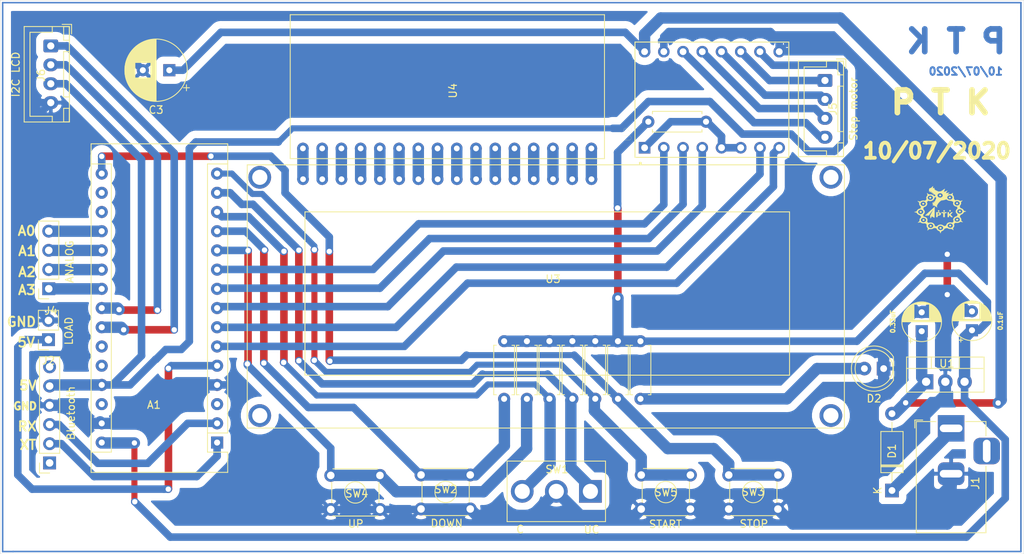
<source format=kicad_pcb>
(kicad_pcb (version 20171130) (host pcbnew "(5.1.5)-3")
  (layers (0 F.Cu signal hide) (31 B.Cu signal hide) (34 B.Paste user) (35 F.Paste user) (36 B.SilkS user) (37 F.SilkS user) (38 B.Mask user) (39 F.Mask user) (44 Edge.Cuts user))
  (net 0 "")
  (net 1 /TX)
  (net 2 "Net-(A1-Pad17)")
  (net 3 /RX)
  (net 4 "Net-(A1-Pad18)")
  (net 5 "Net-(A1-Pad3)")
  (net 6 /A0)
  (net 7 GND)
  (net 8 /A1)
  (net 9 /LOAD)
  (net 10 /A2)
  (net 11 /STEP)
  (net 12 /A3)
  (net 13 /DIR)
  (net 14 /SDA)
  (net 15 /MS1)
  (net 16 /SCL)
  (net 17 /MS2)
  (net 18 "Net-(A1-Pad25)")
  (net 19 /MS3)
  (net 20 "Net-(A1-Pad26)")
  (net 21 /UP)
  (net 22 +5V)
  (net 23 /DOWN)
  (net 24 "Net-(A1-Pad28)")
  (net 25 /START)
  (net 26 /STOP)
  (net 27 +9V)
  (net 28 /C)
  (net 29 /UC)
  (net 30 +12V)
  (net 31 /2B)
  (net 32 /2A)
  (net 33 /1A)
  (net 34 /1B)
  (net 35 "Net-(R8-Pad1)")
  (net 36 /VSS)
  (net 37 /VDD)
  (net 38 /V0)
  (net 39 /RS)
  (net 40 /RW)
  (net 41 /E)
  (net 42 /DB0)
  (net 43 /DB1)
  (net 44 /DB2)
  (net 45 /DB3)
  (net 46 /DB4)
  (net 47 /DB5)
  (net 48 /DB6)
  (net 49 /DB7)
  (net 50 /A)
  (net 51 /K)
  (net 52 "Net-(J3-Pad1)")
  (net 53 "Net-(J3-Pad6)")
  (net 54 "Net-(D2-Pad2)")
  (net 55 "Net-(D1-Pad1)")
  (module logo:logo_dragon (layer F.Cu) (at 212.1916 82.6135)
    (fp_text reference G*** hide)
    (fp_text value LOGO hide)
  )
  (module Khang_KiCAD:I2C_LCD (layer F.Cu) (at 148.25472 66.8782 270)
    (fp_text reference U4 (at 0 0.5 270) (layer F.SilkS))
    (fp_text value I2C_LCD)
    (pad 1 thru_hole circle (at 7.62 20.32 270) (size 1.524 1.524) (drill 0.762) (layers *.Cu *.Mask) (net 36 /VSS))
    (pad 2 thru_hole circle (at 7.62 17.78 270) (size 1.524 1.524) (drill 0.762) (layers *.Cu *.Mask) (net 37 /VDD))
    (pad 3 thru_hole circle (at 7.62 15.24 270) (size 1.524 1.524) (drill 0.762) (layers *.Cu *.Mask) (net 38 /V0))
    (pad 4 thru_hole circle (at 7.62 12.7 270) (size 1.524 1.524) (drill 0.762) (layers *.Cu *.Mask) (net 39 /RS))
    (pad 5 thru_hole circle (at 7.62 10.16 270) (size 1.524 1.524) (drill 0.762) (layers *.Cu *.Mask) (net 40 /RW))
    (pad 6 thru_hole circle (at 7.62 7.62 270) (size 1.524 1.524) (drill 0.762) (layers *.Cu *.Mask) (net 41 /E))
    (pad 7 thru_hole circle (at 7.62 5.08 270) (size 1.524 1.524) (drill 0.762) (layers *.Cu *.Mask) (net 42 /DB0))
    (pad 8 thru_hole circle (at 7.62 2.54 270) (size 1.524 1.524) (drill 0.762) (layers *.Cu *.Mask) (net 43 /DB1))
    (pad 9 thru_hole circle (at 7.62 0 270) (size 1.524 1.524) (drill 0.762) (layers *.Cu *.Mask) (net 44 /DB2))
    (pad 10 thru_hole circle (at 7.62 -2.54 270) (size 1.524 1.524) (drill 0.762) (layers *.Cu *.Mask) (net 45 /DB3))
    (pad 11 thru_hole circle (at 7.62 -5.08 270) (size 1.524 1.524) (drill 0.762) (layers *.Cu *.Mask) (net 46 /DB4))
    (pad 12 thru_hole circle (at 7.62 -7.62 270) (size 1.524 1.524) (drill 0.762) (layers *.Cu *.Mask) (net 47 /DB5))
    (pad 13 thru_hole circle (at 7.62 -10.16 270) (size 1.524 1.524) (drill 0.762) (layers *.Cu *.Mask) (net 48 /DB6))
    (pad 14 thru_hole circle (at 7.62 -12.7 270) (size 1.524 1.524) (drill 0.762) (layers *.Cu *.Mask) (net 49 /DB7))
    (pad 15 thru_hole circle (at 7.62 -15.24 270) (size 1.524 1.524) (drill 0.762) (layers *.Cu *.Mask) (net 50 /A))
    (pad 16 thru_hole circle (at 7.62 -17.78 270) (size 1.524 1.524) (drill 0.762) (layers *.Cu *.Mask) (net 51 /K))
  )
  (module Khang_KiCAD:A4988_Driver (layer F.Cu) (at 181.9529 68.0593 90)
    (fp_text reference U2 (at -4.575 -11.135 90) (layer F.SilkS) (effects (font (thickness 0.015))))
    (fp_text value A4988_STEPPER_MOTOR_DRIVER_CARRIER)
    (pad 16 thru_hole circle (at 6.35 -8.89 90) (size 1.53 1.53) (drill 0.9) (layers *.Cu *.Mask) (net 30 +12V))
    (pad 15 thru_hole circle (at 6.35 -6.35 90) (size 1.53 1.53) (drill 0.9) (layers *.Cu *.Mask) (net 7 GND))
    (pad 14 thru_hole circle (at 6.35 -3.81 90) (size 1.53 1.53) (drill 0.9) (layers *.Cu *.Mask) (net 31 /2B))
    (pad 13 thru_hole circle (at 6.35 -1.27 90) (size 1.53 1.53) (drill 0.9) (layers *.Cu *.Mask) (net 32 /2A))
    (pad 12 thru_hole circle (at 6.35 1.27 90) (size 1.53 1.53) (drill 0.9) (layers *.Cu *.Mask) (net 33 /1A))
    (pad 11 thru_hole circle (at 6.35 3.81 90) (size 1.53 1.53) (drill 0.9) (layers *.Cu *.Mask) (net 34 /1B))
    (pad 10 thru_hole circle (at 6.35 6.35 90) (size 1.53 1.53) (drill 0.9) (layers *.Cu *.Mask) (net 22 +5V))
    (pad 9 thru_hole circle (at 6.35 8.89 90) (size 1.53 1.53) (drill 0.9) (layers *.Cu *.Mask) (net 7 GND))
    (pad 8 thru_hole circle (at -6.35 8.89 90) (size 1.53 1.53) (drill 0.9) (layers *.Cu *.Mask) (net 13 /DIR))
    (pad 7 thru_hole circle (at -6.35 6.35 90) (size 1.53 1.53) (drill 0.9) (layers *.Cu *.Mask) (net 11 /STEP))
    (pad 6 thru_hole circle (at -6.35 3.81 90) (size 1.53 1.53) (drill 0.9) (layers *.Cu *.Mask) (net 35 "Net-(R8-Pad1)"))
    (pad 5 thru_hole circle (at -6.35 1.27 90) (size 1.53 1.53) (drill 0.9) (layers *.Cu *.Mask) (net 35 "Net-(R8-Pad1)"))
    (pad 4 thru_hole circle (at -6.35 -1.27 90) (size 1.53 1.53) (drill 0.9) (layers *.Cu *.Mask) (net 19 /MS3))
    (pad 3 thru_hole circle (at -6.35 -3.81 90) (size 1.53 1.53) (drill 0.9) (layers *.Cu *.Mask) (net 17 /MS2))
    (pad 2 thru_hole circle (at -6.35 -6.35 90) (size 1.53 1.53) (drill 0.9) (layers *.Cu *.Mask) (net 15 /MS1))
    (pad 1 thru_hole rect (at -6.35 -8.89 90) (size 1.53 1.53) (drill 0.9) (layers *.Cu *.Mask) (net 35 "Net-(R8-Pad1)"))
  )
  (module Khang_KiCAD:LCD_1602 (layer F.Cu) (at 160.969001 91.271401)
    (fp_text reference U3 (at 0 0.5) (layer F.SilkS))
    (fp_text value LCD_1602)
    (pad 1 thru_hole circle (at -33.02 -12.7) (size 1.524 1.524) (drill 0.762) (layers *.Cu *.Mask) (net 36 /VSS))
    (pad 2 thru_hole circle (at -30.48 -12.7) (size 1.524 1.524) (drill 0.762) (layers *.Cu *.Mask) (net 37 /VDD))
    (pad 3 thru_hole circle (at -27.94 -12.7) (size 1.524 1.524) (drill 0.762) (layers *.Cu *.Mask) (net 38 /V0))
    (pad 4 thru_hole circle (at -25.4 -12.7) (size 1.524 1.524) (drill 0.762) (layers *.Cu *.Mask) (net 39 /RS))
    (pad 5 thru_hole circle (at -22.86 -12.7) (size 1.524 1.524) (drill 0.762) (layers *.Cu *.Mask) (net 40 /RW))
    (pad 6 thru_hole circle (at -20.32 -12.7) (size 1.524 1.524) (drill 0.762) (layers *.Cu *.Mask) (net 41 /E))
    (pad 7 thru_hole circle (at -17.78 -12.7) (size 1.524 1.524) (drill 0.762) (layers *.Cu *.Mask) (net 42 /DB0))
    (pad 8 thru_hole circle (at -15.24 -12.7) (size 1.524 1.524) (drill 0.762) (layers *.Cu *.Mask) (net 43 /DB1))
    (pad 9 thru_hole circle (at -12.7 -12.7) (size 1.524 1.524) (drill 0.762) (layers *.Cu *.Mask) (net 44 /DB2))
    (pad 10 thru_hole circle (at -10.16 -12.7) (size 1.524 1.524) (drill 0.762) (layers *.Cu *.Mask) (net 45 /DB3))
    (pad 11 thru_hole circle (at -7.62 -12.7) (size 1.524 1.524) (drill 0.762) (layers *.Cu *.Mask) (net 46 /DB4))
    (pad 12 thru_hole circle (at -5.08 -12.7) (size 1.524 1.524) (drill 0.762) (layers *.Cu *.Mask) (net 47 /DB5))
    (pad 13 thru_hole circle (at -2.54 -12.7) (size 1.524 1.524) (drill 0.762) (layers *.Cu *.Mask) (net 48 /DB6))
    (pad 14 thru_hole circle (at 0 -12.7) (size 1.524 1.524) (drill 0.762) (layers *.Cu *.Mask) (net 49 /DB7))
    (pad 15 thru_hole circle (at 2.54 -12.7) (size 1.524 1.524) (drill 0.762) (layers *.Cu *.Mask) (net 50 /A))
    (pad 16 thru_hole circle (at 5.08 -12.7) (size 1.524 1.524) (drill 0.762) (layers *.Cu *.Mask) (net 51 /K))
    (pad "" thru_hole circle (at -38.735 -12.954) (size 3 3) (drill 2) (layers *.Cu *.Mask))
    (pad "" thru_hole circle (at 36.703 -12.954) (size 3 3) (drill 2) (layers *.Cu *.Mask))
    (pad "" thru_hole circle (at 36.703 18.542) (size 3 3) (drill 2) (layers *.Cu *.Mask))
    (pad "" thru_hole circle (at -38.735 18.542) (size 3 3) (drill 2) (layers *.Cu *.Mask))
  )
  (module Connector_BarrelJack:BarrelJack_Horizontal (layer F.Cu) (at 213.5505 111.506 90)
    (fp_text reference J1 (at -7.2517 3.2004 90) (layer F.SilkS))
    (fp_text value PWR)
    (pad 1 thru_hole rect (at 0 0 90) (size 3.5 3.5) (drill oval 1 3) (layers *.Cu *.Mask) (net 55 "Net-(D1-Pad1)"))
    (pad 2 thru_hole roundrect (at -6 0 90) (size 3 3.5) (drill oval 1 3) (layers *.Cu *.Mask) (net 7 GND))
    (pad 3 thru_hole roundrect (at -3 4.7 90) (size 3.5 3.5) (drill oval 3 1) (layers *.Cu *.Mask))
  )
  (module Resistor_THT:R_Axial_DIN0207_L6.3mm_D2.5mm_P7.62mm_Horizontal (layer F.Cu) (at 160.4899 99.9744 270)
    (fp_text reference R6 hide)
    (fp_text value 5k)
    (pad 1 thru_hole circle (at 0 0 270) (size 1.6 1.6) (drill 0.8) (layers *.Cu *.Mask) (net 27 +9V))
    (pad 2 thru_hole oval (at 7.62 0 270) (size 1.6 1.6) (drill 0.8) (layers *.Cu *.Mask) (net 29 /UC))
  )
  (module Resistor_THT:R_Axial_DIN0207_L6.3mm_D2.5mm_P7.62mm_Horizontal (layer F.Cu) (at 163.5252 99.9744 270)
    (fp_text reference R5 hide)
    (fp_text value 5k)
    (pad 1 thru_hole circle (at 0 0 270) (size 1.6 1.6) (drill 0.8) (layers *.Cu *.Mask) (net 27 +9V))
    (pad 2 thru_hole oval (at 7.62 0 270) (size 1.6 1.6) (drill 0.8) (layers *.Cu *.Mask) (net 28 /C))
  )
  (module Button_Switch_THT:SW_TH_Tactile_Omron_B3F-10xx (layer F.Cu) (at 172.6184 117.6782)
    (fp_text reference SW5 (at 3.2639 2.286) (layer F.SilkS))
    (fp_text value START (at 3.2 6.5) (layer F.SilkS))
    (pad 4 thru_hole circle (at 6.5 4.5) (size 1.7 1.7) (drill 1) (layers *.Cu *.Mask) (net 7 GND))
    (pad 3 thru_hole circle (at 0 4.5) (size 1.7 1.7) (drill 1) (layers *.Cu *.Mask) (net 7 GND))
    (pad 2 thru_hole circle (at 6.5 0) (size 1.7 1.7) (drill 1) (layers *.Cu *.Mask) (net 25 /START))
    (pad 1 thru_hole circle (at 0 0) (size 1.7 1.7) (drill 1) (layers *.Cu *.Mask) (net 25 /START))
  )
  (module Module:Arduino_Nano (layer F.Cu) (at 116.5987 113.3856 180)
    (fp_text reference A1 (at 8.3439 4.9784) (layer F.SilkS))
    (fp_text value Arduino_Nano_v3.x)
    (pad 1 thru_hole rect (at 0 0 180) (size 1.6 1.6) (drill 0.8) (layers *.Cu *.Mask) (net 1 /TX))
    (pad 17 thru_hole oval (at 15.24 33.02 180) (size 1.6 1.6) (drill 0.8) (layers *.Cu *.Mask) (net 2 "Net-(A1-Pad17)"))
    (pad 2 thru_hole oval (at 0 2.54 180) (size 1.6 1.6) (drill 0.8) (layers *.Cu *.Mask) (net 3 /RX))
    (pad 18 thru_hole oval (at 15.24 30.48 180) (size 1.6 1.6) (drill 0.8) (layers *.Cu *.Mask) (net 4 "Net-(A1-Pad18)"))
    (pad 3 thru_hole oval (at 0 5.08 180) (size 1.6 1.6) (drill 0.8) (layers *.Cu *.Mask) (net 5 "Net-(A1-Pad3)"))
    (pad 19 thru_hole oval (at 15.24 27.94 180) (size 1.6 1.6) (drill 0.8) (layers *.Cu *.Mask) (net 6 /A0))
    (pad 4 thru_hole oval (at 0 7.62 180) (size 1.6 1.6) (drill 0.8) (layers *.Cu *.Mask) (net 7 GND))
    (pad 20 thru_hole oval (at 15.24 25.4 180) (size 1.6 1.6) (drill 0.8) (layers *.Cu *.Mask) (net 8 /A1))
    (pad 5 thru_hole oval (at 0 10.16 180) (size 1.6 1.6) (drill 0.8) (layers *.Cu *.Mask) (net 9 /LOAD))
    (pad 21 thru_hole oval (at 15.24 22.86 180) (size 1.6 1.6) (drill 0.8) (layers *.Cu *.Mask) (net 10 /A2))
    (pad 6 thru_hole oval (at 0 12.7 180) (size 1.6 1.6) (drill 0.8) (layers *.Cu *.Mask) (net 13 /DIR))
    (pad 22 thru_hole oval (at 15.24 20.32 180) (size 1.6 1.6) (drill 0.8) (layers *.Cu *.Mask) (net 12 /A3))
    (pad 7 thru_hole oval (at 0 15.24 180) (size 1.6 1.6) (drill 0.8) (layers *.Cu *.Mask) (net 11 /STEP))
    (pad 23 thru_hole oval (at 15.24 17.78 180) (size 1.6 1.6) (drill 0.8) (layers *.Cu *.Mask) (net 14 /SDA))
    (pad 8 thru_hole oval (at 0 17.78 180) (size 1.6 1.6) (drill 0.8) (layers *.Cu *.Mask) (net 19 /MS3))
    (pad 24 thru_hole oval (at 15.24 15.24 180) (size 1.6 1.6) (drill 0.8) (layers *.Cu *.Mask) (net 16 /SCL))
    (pad 9 thru_hole oval (at 0 20.32 180) (size 1.6 1.6) (drill 0.8) (layers *.Cu *.Mask) (net 17 /MS2))
    (pad 25 thru_hole oval (at 15.24 12.7 180) (size 1.6 1.6) (drill 0.8) (layers *.Cu *.Mask) (net 18 "Net-(A1-Pad25)"))
    (pad 10 thru_hole oval (at 0 22.86 180) (size 1.6 1.6) (drill 0.8) (layers *.Cu *.Mask) (net 15 /MS1))
    (pad 26 thru_hole oval (at 15.24 10.16 180) (size 1.6 1.6) (drill 0.8) (layers *.Cu *.Mask) (net 20 "Net-(A1-Pad26)"))
    (pad 11 thru_hole oval (at 0 25.4 180) (size 1.6 1.6) (drill 0.8) (layers *.Cu *.Mask) (net 21 /UP))
    (pad 27 thru_hole oval (at 15.24 7.62 180) (size 1.6 1.6) (drill 0.8) (layers *.Cu *.Mask) (net 22 +5V))
    (pad 12 thru_hole oval (at 0 27.94 180) (size 1.6 1.6) (drill 0.8) (layers *.Cu *.Mask) (net 23 /DOWN))
    (pad 28 thru_hole oval (at 15.24 5.08 180) (size 1.6 1.6) (drill 0.8) (layers *.Cu *.Mask) (net 24 "Net-(A1-Pad28)"))
    (pad 13 thru_hole oval (at 0 30.48 180) (size 1.6 1.6) (drill 0.8) (layers *.Cu *.Mask) (net 29 /UC))
    (pad 29 thru_hole oval (at 15.24 2.54 180) (size 1.6 1.6) (drill 0.8) (layers *.Cu *.Mask) (net 7 GND))
    (pad 14 thru_hole oval (at 0 33.02 180) (size 1.6 1.6) (drill 0.8) (layers *.Cu *.Mask) (net 28 /C))
    (pad 30 thru_hole oval (at 15.24 0 180) (size 1.6 1.6) (drill 0.8) (layers *.Cu *.Mask) (net 27 +9V))
    (pad 15 thru_hole oval (at 0 35.56 180) (size 1.6 1.6) (drill 0.8) (layers *.Cu *.Mask) (net 25 /START))
    (pad 16 thru_hole oval (at 15.24 35.56 180) (size 1.6 1.6) (drill 0.8) (layers *.Cu *.Mask) (net 26 /STOP))
  )
  (module Package_TO_SOT_THT:TO-220-3_Vertical (layer F.Cu) (at 210.2485 105.3465)
    (fp_text reference U1 (at 2.7432 -2.4003) (layer F.SilkS))
    (fp_text value LM7809_TO220)
    (pad 1 thru_hole rect (at 0 0) (size 1.905 2) (drill 1.1) (layers *.Cu *.Mask) (net 30 +12V))
    (pad 2 thru_hole oval (at 2.54 0) (size 1.905 2) (drill 1.1) (layers *.Cu *.Mask) (net 7 GND))
    (pad 3 thru_hole oval (at 5.08 0) (size 1.905 2) (drill 1.1) (layers *.Cu *.Mask) (net 27 +9V))
  )
  (module Khang_KiCAD:Button_OFO (layer F.Cu) (at 174.9044 119.8372)
    (fp_text reference SW1 (at -13.4112 -2.9083) (layer F.SilkS))
    (fp_text value C (at -18.288 5.0292) (layer F.SilkS))
    (pad 1 thru_hole rect (at -9 0) (size 3 3) (drill 2) (layers *.Cu *.Mask) (net 28 /C))
    (pad 2 thru_hole circle (at -13.5 0) (size 3 3) (drill 2) (layers *.Cu *.Mask) (net 7 GND))
    (pad 3 thru_hole circle (at -18 0) (size 3 3) (drill 2) (layers *.Cu *.Mask) (net 29 /UC))
  )
  (module Button_Switch_THT:SW_TH_Tactile_Omron_B3F-10xx (layer F.Cu) (at 143.5354 117.6655)
    (fp_text reference SW2 (at 3.2766 1.8923) (layer F.SilkS))
    (fp_text value DOWN (at 3.3909 6.4008) (layer F.SilkS))
    (pad 4 thru_hole circle (at 6.5 4.5) (size 1.7 1.7) (drill 1) (layers *.Cu *.Mask) (net 7 GND))
    (pad 3 thru_hole circle (at 0 4.5) (size 1.7 1.7) (drill 1) (layers *.Cu *.Mask) (net 7 GND))
    (pad 2 thru_hole circle (at 6.5 0) (size 1.7 1.7) (drill 1) (layers *.Cu *.Mask) (net 23 /DOWN))
    (pad 1 thru_hole circle (at 0 0) (size 1.7 1.7) (drill 1) (layers *.Cu *.Mask) (net 23 /DOWN))
  )
  (module Button_Switch_THT:SW_TH_Tactile_Omron_B3F-10xx (layer F.Cu) (at 184.1754 117.6782)
    (fp_text reference SW3 (at 3.2258 2.2225) (layer F.SilkS))
    (fp_text value STOP (at 3.3274 6.4516) (layer F.SilkS))
    (pad 1 thru_hole circle (at 0 0) (size 1.7 1.7) (drill 1) (layers *.Cu *.Mask) (net 26 /STOP))
    (pad 2 thru_hole circle (at 6.5 0) (size 1.7 1.7) (drill 1) (layers *.Cu *.Mask) (net 26 /STOP))
    (pad 3 thru_hole circle (at 0 4.5) (size 1.7 1.7) (drill 1) (layers *.Cu *.Mask) (net 7 GND))
    (pad 4 thru_hole circle (at 6.5 4.5) (size 1.7 1.7) (drill 1) (layers *.Cu *.Mask) (net 7 GND))
  )
  (module Button_Switch_THT:SW_TH_Tactile_Omron_B3F-10xx (layer F.Cu) (at 131.6101 117.729)
    (fp_text reference SW4 (at 3.4417 2.4003) (layer F.SilkS))
    (fp_text value UP (at 3.302 6.4008) (layer F.SilkS))
    (pad 1 thru_hole circle (at 0 0) (size 1.7 1.7) (drill 1) (layers *.Cu *.Mask) (net 21 /UP))
    (pad 2 thru_hole circle (at 6.5 0) (size 1.7 1.7) (drill 1) (layers *.Cu *.Mask) (net 21 /UP))
    (pad 3 thru_hole circle (at 0 4.5) (size 1.7 1.7) (drill 1) (layers *.Cu *.Mask) (net 7 GND))
    (pad 4 thru_hole circle (at 6.5 4.5) (size 1.7 1.7) (drill 1) (layers *.Cu *.Mask) (net 7 GND))
  )
  (module Connector_PinSocket_2.54mm:PinSocket_1x02_P2.54mm_Vertical (layer F.Cu) (at 94.3229 99.7839 180)
    (fp_text reference J2 (at 0 -2.77) (layer F.SilkS))
    (fp_text value LOAD (at -2.7051 1.1557 270) (layer F.SilkS))
    (pad 1 thru_hole rect (at 0 0 180) (size 1.7 1.7) (drill 1) (layers *.Cu *.Mask) (net 9 /LOAD))
    (pad 2 thru_hole oval (at 0 2.54 180) (size 1.7 1.7) (drill 1) (layers *.Cu *.Mask) (net 7 GND))
  )
  (module Connector_PinSocket_2.54mm:PinSocket_1x06_P2.54mm_Vertical (layer F.Cu) (at 94.4753 116.078 180)
    (fp_text reference J3)
    (fp_text value Bluetooth (at -2.8194 6.5786 270) (layer F.SilkS))
    (pad 1 thru_hole rect (at 0 0 180) (size 1.7 1.7) (drill 1) (layers *.Cu *.Mask) (net 52 "Net-(J3-Pad1)"))
    (pad 2 thru_hole oval (at 0 2.54 180) (size 1.7 1.7) (drill 1) (layers *.Cu *.Mask) (net 1 /TX))
    (pad 3 thru_hole oval (at 0 5.08 180) (size 1.7 1.7) (drill 1) (layers *.Cu *.Mask) (net 3 /RX))
    (pad 4 thru_hole oval (at 0 7.62 180) (size 1.7 1.7) (drill 1) (layers *.Cu *.Mask) (net 7 GND))
    (pad 5 thru_hole oval (at 0 10.16 180) (size 1.7 1.7) (drill 1) (layers *.Cu *.Mask) (net 22 +5V))
    (pad 6 thru_hole oval (at 0 12.7 180) (size 1.7 1.7) (drill 1) (layers *.Cu *.Mask) (net 53 "Net-(J3-Pad6)"))
  )
  (module Connector_PinSocket_2.54mm:PinSocket_1x04_P2.54mm_Vertical (layer F.Cu) (at 94.361 93.0529 180)
    (fp_text reference J4 (at -0.3048 -2.921) (layer F.SilkS))
    (fp_text value "ANALOG " (at -2.7559 3.9624 90) (layer F.SilkS))
    (pad 1 thru_hole rect (at 0 0 180) (size 1.7 1.7) (drill 1) (layers *.Cu *.Mask) (net 12 /A3))
    (pad 2 thru_hole oval (at 0 2.54 180) (size 1.7 1.7) (drill 1) (layers *.Cu *.Mask) (net 10 /A2))
    (pad 3 thru_hole oval (at 0 5.08 180) (size 1.7 1.7) (drill 1) (layers *.Cu *.Mask) (net 8 /A1))
    (pad 4 thru_hole oval (at 0 7.62 180) (size 1.7 1.7) (drill 1) (layers *.Cu *.Mask) (net 6 /A0))
  )
  (module Connector_JST:JST_XH_B4B-XH-A_1x04_P2.50mm_Vertical (layer F.Cu) (at 196.8881 65.5193 270)
    (fp_text reference J5 (at 3.7719 -1.0541 90) (layer F.SilkS))
    (fp_text value "Step motor" (at 3.7719 -3.7719 90) (layer F.SilkS))
    (pad 1 thru_hole roundrect (at 0 0 270) (size 1.7 1.95) (drill 0.95) (layers *.Cu *.Mask) (roundrect_rratio 0.147059) (net 34 /1B))
    (pad 2 thru_hole oval (at 2.5 0 270) (size 1.7 1.95) (drill 0.95) (layers *.Cu *.Mask) (net 33 /1A))
    (pad 3 thru_hole oval (at 5 0 270) (size 1.7 1.95) (drill 0.95) (layers *.Cu *.Mask) (net 32 /2A))
    (pad 4 thru_hole oval (at 7.5 0 270) (size 1.7 1.95) (drill 0.95) (layers *.Cu *.Mask) (net 31 /2B))
  )
  (module Resistor_THT:R_Axial_DIN0207_L6.3mm_D2.5mm_P7.62mm_Horizontal (layer F.Cu) (at 154.5082 107.6071 90)
    (fp_text reference R1 hide)
    (fp_text value 5k)
    (pad 2 thru_hole oval (at 7.62 0 90) (size 1.6 1.6) (drill 0.8) (layers *.Cu *.Mask) (net 27 +9V))
    (pad 1 thru_hole circle (at 0 0 90) (size 1.6 1.6) (drill 0.8) (layers *.Cu *.Mask) (net 23 /DOWN))
  )
  (module Resistor_THT:R_Axial_DIN0207_L6.3mm_D2.5mm_P7.62mm_Horizontal (layer F.Cu) (at 169.545 107.6071 90)
    (fp_text reference R2 hide)
    (fp_text value 5k)
    (pad 2 thru_hole oval (at 7.62 0 90) (size 1.6 1.6) (drill 0.8) (layers *.Cu *.Mask) (net 27 +9V))
    (pad 1 thru_hole circle (at 0 0 90) (size 1.6 1.6) (drill 0.8) (layers *.Cu *.Mask) (net 26 /STOP))
  )
  (module Resistor_THT:R_Axial_DIN0207_L6.3mm_D2.5mm_P7.62mm_Horizontal (layer F.Cu) (at 157.5181 107.6071 90)
    (fp_text reference R3 hide)
    (fp_text value 5k)
    (pad 2 thru_hole oval (at 7.62 0 90) (size 1.6 1.6) (drill 0.8) (layers *.Cu *.Mask) (net 27 +9V))
    (pad 1 thru_hole circle (at 0 0 90) (size 1.6 1.6) (drill 0.8) (layers *.Cu *.Mask) (net 21 /UP))
  )
  (module Resistor_THT:R_Axial_DIN0207_L6.3mm_D2.5mm_P7.62mm_Horizontal (layer F.Cu) (at 166.5478 107.5944 90)
    (fp_text reference R4 hide)
    (fp_text value 5k)
    (pad 2 thru_hole oval (at 7.62 0 90) (size 1.6 1.6) (drill 0.8) (layers *.Cu *.Mask) (net 27 +9V))
    (pad 1 thru_hole circle (at 0 0 90) (size 1.6 1.6) (drill 0.8) (layers *.Cu *.Mask) (net 25 /START))
  )
  (module Resistor_THT:R_Axial_DIN0207_L6.3mm_D2.5mm_P7.62mm_Horizontal (layer F.Cu) (at 172.5168 107.6071 90)
    (fp_text reference R7 hide)
    (fp_text value 5k)
    (pad 1 thru_hole circle (at 0 0 90) (size 1.6 1.6) (drill 0.8) (layers *.Cu *.Mask) (net 54 "Net-(D2-Pad2)"))
    (pad 2 thru_hole oval (at 7.62 0 90) (size 1.6 1.6) (drill 0.8) (layers *.Cu *.Mask) (net 27 +9V))
  )
  (module Resistor_THT:R_Axial_DIN0207_L6.3mm_D2.5mm_P7.62mm_Horizontal (layer F.Cu) (at 181.1782 70.9676 180)
    (fp_text reference R8 hide)
    (fp_text value 1.5k)
    (pad 1 thru_hole circle (at 0 0 180) (size 1.6 1.6) (drill 0.8) (layers *.Cu *.Mask) (net 35 "Net-(R8-Pad1)"))
    (pad 2 thru_hole oval (at 7.62 0 180) (size 1.6 1.6) (drill 0.8) (layers *.Cu *.Mask) (net 27 +9V))
  )
  (module Capacitor_THT:CP_Radial_D5.0mm_P2.50mm (layer F.Cu) (at 209.6643 98.6663 90)
    (fp_text reference C1 (at 2.0447 -1.7399 90) (layer F.SilkS))
    (fp_text value 0.33uF (at 1.2827 -3.81 270) (layer F.SilkS) (effects (font (size 0.6 0.6))))
    (pad 2 thru_hole circle (at 2.5 0 90) (size 1.6 1.6) (drill 0.8) (layers *.Cu *.Mask) (net 7 GND))
    (pad 1 thru_hole rect (at 0 0 90) (size 1.6 1.6) (drill 0.8) (layers *.Cu *.Mask) (net 30 +12V))
  )
  (module Capacitor_THT:CP_Radial_D5.0mm_P2.50mm (layer F.Cu) (at 216.3064 98.5393 90)
    (fp_text reference C2 (at 2.1209 -1.5113 90) (layer F.SilkS))
    (fp_text value 0.1uF (at 1.25 3.75 90) (layer F.SilkS) (effects (font (size 0.6 0.6))))
    (pad 1 thru_hole rect (at 0 0 90) (size 1.6 1.6) (drill 0.8) (layers *.Cu *.Mask) (net 27 +9V))
    (pad 2 thru_hole circle (at 2.5 0 90) (size 1.6 1.6) (drill 0.8) (layers *.Cu *.Mask) (net 7 GND))
  )
  (module Capacitor_THT:CP_Radial_D8.0mm_P3.50mm (layer F.Cu) (at 110.2868 64.1604 180)
    (fp_text reference C3 (at 1.75 -5.25) (layer F.SilkS))
    (fp_text value 100uF)
    (pad 1 thru_hole rect (at 0 0 180) (size 1.6 1.6) (drill 0.8) (layers *.Cu *.Mask) (net 30 +12V))
    (pad 2 thru_hole circle (at 3.5 0 180) (size 1.6 1.6) (drill 0.8) (layers *.Cu *.Mask) (net 7 GND))
  )
  (module Diode_THT:D_A-405_P10.16mm_Horizontal (layer F.Cu) (at 205.74 119.7229 90)
    (fp_text reference D1 (at 5.207 0 90) (layer F.SilkS))
    (fp_text value DIODE)
    (fp_text user K (at 0 -1.9 90) (layer F.SilkS))
    (pad 1 thru_hole rect (at 0 0 90) (size 1.8 1.8) (drill 0.9) (layers *.Cu *.Mask) (net 55 "Net-(D1-Pad1)"))
    (pad 2 thru_hole oval (at 10.16 0 90) (size 1.8 1.8) (drill 0.9) (layers *.Cu *.Mask) (net 30 +12V))
  )
  (module LED_THT:LED_D5.0mm (layer F.Cu) (at 204.63764 103.6066 180)
    (fp_text reference D2 (at 1.27 -3.96) (layer F.SilkS))
    (fp_text value LED)
    (pad 1 thru_hole rect (at 0 0 180) (size 1.8 1.8) (drill 0.9) (layers *.Cu *.Mask) (net 7 GND))
    (pad 2 thru_hole circle (at 2.54 0 180) (size 1.8 1.8) (drill 0.9) (layers *.Cu *.Mask) (net 54 "Net-(D2-Pad2)"))
  )
  (module Connector_JST:JST_XH_B4B-XH-A_1x04_P2.50mm_Vertical (layer F.Cu) (at 94.6277 60.9473 270)
    (fp_text reference J6 (at 3.8862 1.2827 90) (layer F.SilkS))
    (fp_text value "I2C LCD" (at 3.7719 4.6228 90) (layer F.SilkS))
    (pad 1 thru_hole roundrect (at 0 0 270) (size 1.7 1.95) (drill 0.95) (layers *.Cu *.Mask) (roundrect_rratio 0.147059) (net 16 /SCL))
    (pad 2 thru_hole oval (at 2.5 0 270) (size 1.7 1.95) (drill 0.95) (layers *.Cu *.Mask) (net 14 /SDA))
    (pad 3 thru_hole oval (at 5 0 270) (size 1.7 1.95) (drill 0.95) (layers *.Cu *.Mask) (net 22 +5V))
    (pad 4 thru_hole oval (at 7.5 0 270) (size 1.7 1.95) (drill 0.95) (layers *.Cu *.Mask) (net 7 GND))
  )
  (gr_text 10/07/2020 (at 215.4809 64.3128) (layer B.Cu) (effects (font (size 1 1) (thickness 0.25)) (justify mirror)))
  (gr_text "P T K\n" (at 214.2109 60.3504) (layer B.Cu) (effects (font (size 3 3) (thickness 0.75)) (justify mirror)))
  (gr_text UC (at 166.0652 124.8918) (layer F.SilkS) (effects (font (size 1 1))))
  (gr_text 10/07/2020 (at 211.6709 74.8411) (layer F.SilkS) (effects (font (size 2 2) (thickness 0.5))))
  (gr_text "P T K\n" (at 212.1662 68.4149) (layer F.SilkS) (effects (font (size 3 3) (thickness 0.75))))
  (gr_text "A2\n" (at 91.4908 90.8431) (layer F.SilkS) (effects (font (size 1.25 1.25) (thickness 0.25))))
  (gr_text A3 (at 91.4654 93.218) (layer F.SilkS) (effects (font (size 1.25 1.25) (thickness 0.25))))
  (gr_text "A1\n" (at 91.4908 88.0618) (layer F.SilkS) (effects (font (size 1.25 1.25) (thickness 0.25))))
  (gr_text "A0\n" (at 91.4273 85.3948) (layer F.SilkS) (effects (font (size 1.25 1.25) (thickness 0.25))))
  (gr_text GND (at 90.7542 97.4217) (layer F.SilkS) (effects (font (size 1.25 1.25) (thickness 0.25))))
  (gr_text "5V\n" (at 91.3892 100.1395) (layer F.SilkS) (effects (font (size 1.25 1.25) (thickness 0.25))))
  (gr_text "5V\n" (at 91.6051 105.8418) (layer F.SilkS) (effects (font (size 1.25 1.25) (thickness 0.25))))
  (gr_text GND (at 91.2495 108.5723) (layer F.SilkS) (effects (font (size 1 1) (thickness 0.25))))
  (gr_text RX (at 91.5035 111.252) (layer F.SilkS) (effects (font (size 1.25 1.25) (thickness 0.25))))
  (gr_text TX (at 91.6051 113.6904) (layer F.SilkS) (effects (font (size 1.25 1.25) (thickness 0.25)) (justify mirror)))
  (gr_line (start 87.9475 128.1176) (end 87.9475 54.9021) (layer Edge.Cuts) (width 0.05))
  (gr_line (start 223.1644 128.1176) (end 87.9475 128.1176) (layer Edge.Cuts) (width 0.05))
  (gr_line (start 223.1644 54.9021) (end 223.1644 128.1176) (layer Edge.Cuts) (width 0.05))
  (gr_line (start 87.9475 54.9021) (end 223.1644 54.9021) (layer Edge.Cuts) (width 0.05))
  (segment (start 222.7707 127.7493) (end 222.7707 55.30331) (width 0.2) (layer B.Cu) (net 0))
  (segment (start 222.7961 55.22711) (end 88.27251 55.22711) (width 0.2) (layer B.Cu) (net 0))
  (segment (start 88.27251 55.22711) (end 88.27251 127.79259) (width 0.2) (layer B.Cu) (net 0))
  (segment (start 88.27251 127.79259) (end 89.662 127.79259) (width 0.2) (layer B.Cu) (net 0))
  (segment (start 222.758 127.7874) (end 222.7834 127.762) (width 0.2) (layer B.Cu) (net 0))
  (segment (start 89.6493 127.7874) (end 222.758 127.7874) (width 0.2) (layer B.Cu) (net 0))
  (segment (start 116.5987 115.1856) (end 116.5987 113.3856) (width 1) (layer B.Cu) (net 1))
  (segment (start 113.9029 117.8814) (end 116.5987 115.1856) (width 1) (layer B.Cu) (net 1))
  (segment (start 94.4753 113.538) (end 96.0247 113.538) (width 1) (layer B.Cu) (net 1))
  (segment (start 100.3681 117.8814) (end 113.9029 117.8814) (width 1) (layer B.Cu) (net 1))
  (segment (start 96.0247 113.538) (end 100.3681 117.8814) (width 1) (layer B.Cu) (net 1))
  (segment (start 100.838 116.1288) (end 107.4293 116.1288) (width 1) (layer B.Cu) (net 3))
  (segment (start 94.4753 110.998) (end 95.7072 110.998) (width 1) (layer B.Cu) (net 3))
  (segment (start 112.7125 110.8456) (end 116.5987 110.8456) (width 1) (layer B.Cu) (net 3))
  (segment (start 107.4293 116.1288) (end 112.7125 110.8456) (width 1) (layer B.Cu) (net 3))
  (segment (start 95.7072 110.998) (end 100.838 116.1288) (width 1) (layer B.Cu) (net 3))
  (segment (start 94.3737 85.4456) (end 94.361 85.4329) (width 1.5) (layer B.Cu) (net 6))
  (segment (start 101.3587 85.4456) (end 94.3737 85.4456) (width 1.5) (layer B.Cu) (net 6))
  (segment (start 150.0354 122.1655) (end 143.5354 122.1655) (width 1.5) (layer B.Cu) (net 7))
  (segment (start 159.904401 121.337199) (end 161.4044 119.8372) (width 1.5) (layer B.Cu) (net 7))
  (segment (start 158.226101 123.015499) (end 159.904401 121.337199) (width 1.5) (layer B.Cu) (net 7))
  (segment (start 150.885399 123.015499) (end 158.226101 123.015499) (width 1.5) (layer B.Cu) (net 7))
  (segment (start 150.0354 122.1655) (end 150.885399 123.015499) (width 1.5) (layer B.Cu) (net 7))
  (segment (start 161.4044 119.8372) (end 164.595399 123.028199) (width 1.5) (layer B.Cu) (net 7))
  (segment (start 171.768401 123.028199) (end 172.6184 122.1782) (width 1.5) (layer B.Cu) (net 7))
  (segment (start 164.595399 123.028199) (end 171.768401 123.028199) (width 1.5) (layer B.Cu) (net 7))
  (segment (start 172.6184 122.1782) (end 179.1184 122.1782) (width 1.5) (layer B.Cu) (net 7))
  (segment (start 179.1184 122.1782) (end 184.1754 122.1782) (width 1.5) (layer B.Cu) (net 7))
  (segment (start 184.1754 122.1782) (end 190.6754 122.1782) (width 1.5) (layer B.Cu) (net 7))
  (segment (start 131.6101 122.229) (end 138.1101 122.229) (width 1) (layer B.Cu) (net 7))
  (segment (start 143.4719 122.229) (end 143.5354 122.1655) (width 1) (layer B.Cu) (net 7))
  (segment (start 138.1101 122.229) (end 143.4719 122.229) (width 1) (layer B.Cu) (net 7))
  (segment (start 216.1794 96.1663) (end 216.3064 96.0393) (width 1) (layer B.Cu) (net 7))
  (via (at 213.0425 88.4936) (size 1) (drill 0.7) (layers F.Cu B.Cu) (net 7))
  (via (at 213.0425 93.8276) (size 1) (drill 0.7) (layers F.Cu B.Cu) (net 7))
  (segment (start 213.0425 88.4936) (end 213.0425 93.8276) (width 1) (layer F.Cu) (net 7))
  (segment (start 209.7913 96.0393) (end 209.6643 96.1663) (width 1.5) (layer B.Cu) (net 7))
  (segment (start 216.3064 96.0393) (end 209.7913 96.0393) (width 1.5) (layer B.Cu) (net 7))
  (segment (start 210.7038 96.1663) (end 213.0425 93.8276) (width 1.5) (layer B.Cu) (net 7))
  (segment (start 209.6643 96.1663) (end 210.7038 96.1663) (width 1.5) (layer B.Cu) (net 7))
  (segment (start 208.53293 96.1663) (end 209.6643 96.1663) (width 1.5) (layer B.Cu) (net 7))
  (segment (start 204.63764 100.06159) (end 208.53293 96.1663) (width 1.5) (layer B.Cu) (net 7))
  (segment (start 204.63764 103.6066) (end 204.63764 100.06159) (width 1.5) (layer B.Cu) (net 7))
  (segment (start 213.5505 121.412) (end 213.5505 117.506) (width 1.5) (layer B.Cu) (net 7))
  (segment (start 190.6754 122.1782) (end 192.6524 124.1552) (width 1.5) (layer B.Cu) (net 7))
  (segment (start 192.6524 124.1552) (end 213.0425 124.1552) (width 1.5) (layer B.Cu) (net 7))
  (segment (start 213.0425 124.1552) (end 213.5632 123.6345) (width 1.5) (layer B.Cu) (net 7))
  (segment (start 213.5632 123.6345) (end 213.5632 121.4247) (width 1.5) (layer B.Cu) (net 7))
  (segment (start 213.5632 121.4247) (end 213.5505 121.412) (width 1.5) (layer B.Cu) (net 7))
  (segment (start 203.2762 116.6114) (end 203.2762 121.5009) (width 1.5) (layer B.Cu) (net 7))
  (segment (start 204.0382 122.2629) (end 210.2936 122.2629) (width 1.5) (layer B.Cu) (net 7))
  (segment (start 210.2936 122.2629) (end 213.5505 119.006) (width 1.5) (layer B.Cu) (net 7))
  (segment (start 213.5505 119.006) (end 213.5505 117.506) (width 1.5) (layer B.Cu) (net 7))
  (segment (start 203.2762 121.5009) (end 204.0382 122.2629) (width 1.5) (layer B.Cu) (net 7))
  (segment (start 204.63764 105.75036) (end 204.63764 103.6066) (width 1.5) (layer B.Cu) (net 7))
  (segment (start 203.2635 116.582998) (end 203.2635 107.1245) (width 1.5) (layer B.Cu) (net 7))
  (segment (start 203.2635 107.1245) (end 204.63764 105.75036) (width 1.5) (layer B.Cu) (net 7))
  (segment (start 93.2377 68.4473) (end 94.6277 68.4473) (width 1) (layer B.Cu) (net 7))
  (segment (start 100.9067 58.2803) (end 93.4339 58.2803) (width 1) (layer B.Cu) (net 7))
  (segment (start 106.7868 64.1604) (end 100.9067 58.2803) (width 1) (layer B.Cu) (net 7))
  (segment (start 93.4339 58.2803) (end 92.1893 59.5249) (width 1) (layer B.Cu) (net 7))
  (segment (start 92.1893 59.5249) (end 92.1893 67.3989) (width 1) (layer B.Cu) (net 7))
  (segment (start 92.1893 67.3989) (end 93.2377 68.4473) (width 1) (layer B.Cu) (net 7))
  (segment (start 118.3132 105.7656) (end 119.0371 106.4895) (width 1) (layer B.Cu) (net 7))
  (segment (start 116.5987 105.7656) (end 118.3132 105.7656) (width 1) (layer B.Cu) (net 7))
  (segment (start 119.0371 106.4895) (end 119.0371 110.858081) (width 1) (layer B.Cu) (net 7))
  (segment (start 130.408019 122.229) (end 131.6101 122.229) (width 1) (layer B.Cu) (net 7))
  (segment (start 119.0371 110.858081) (end 130.408019 122.229) (width 1) (layer B.Cu) (net 7))
  (segment (start 189.6872 59.055) (end 190.8429 60.2107) (width 1) (layer B.Cu) (net 7))
  (segment (start 190.8429 60.2107) (end 190.8429 61.7093) (width 1) (layer B.Cu) (net 7))
  (segment (start 175.6029 61.7093) (end 175.6029 59.7154) (width 1) (layer B.Cu) (net 7))
  (segment (start 176.2633 59.055) (end 189.6872 59.055) (width 1) (layer B.Cu) (net 7))
  (segment (start 175.6029 59.7154) (end 176.2633 59.055) (width 1) (layer B.Cu) (net 7))
  (segment (start 101.3587 110.8456) (end 101.1555 110.6424) (width 1.5) (layer B.Cu) (net 7))
  (segment (start 110.6297 105.7656) (end 116.5987 105.7656) (width 1.5) (layer B.Cu) (net 7))
  (segment (start 101.3587 110.8456) (end 105.5497 110.8456) (width 1.5) (layer B.Cu) (net 7))
  (segment (start 105.5497 110.8456) (end 110.6297 105.7656) (width 1.5) (layer B.Cu) (net 7))
  (segment (start 213.0425 75.2221) (end 213.0425 88.4936) (width 1) (layer B.Cu) (net 7))
  (segment (start 190.8429 61.7093) (end 199.5297 61.7093) (width 1) (layer B.Cu) (net 7))
  (segment (start 199.5297 61.7093) (end 213.0425 75.2221) (width 1) (layer B.Cu) (net 7))
  (segment (start 91.4273 71.6477) (end 94.6277 68.4473) (width 1) (layer B.Cu) (net 7))
  (segment (start 94.3229 97.2439) (end 91.4273 94.3483) (width 1) (layer B.Cu) (net 7))
  (segment (start 91.4273 94.3483) (end 91.4273 71.6477) (width 1) (layer B.Cu) (net 7))
  (segment (start 97.0534 108.458) (end 94.4753 108.458) (width 1.5) (layer B.Cu) (net 7))
  (segment (start 101.3587 110.8456) (end 99.441 110.8456) (width 1.5) (layer B.Cu) (net 7))
  (segment (start 99.441 110.8456) (end 97.0534 108.458) (width 1.5) (layer B.Cu) (net 7))
  (segment (start 93.3323 108.458) (end 94.4753 108.458) (width 0.8) (layer B.Cu) (net 7))
  (segment (start 92.2401 102.0572) (end 92.2401 107.3658) (width 0.8) (layer B.Cu) (net 7))
  (segment (start 92.6465 101.6508) (end 92.2401 102.0572) (width 0.8) (layer B.Cu) (net 7))
  (segment (start 96.6597 101.6508) (end 92.6465 101.6508) (width 0.8) (layer B.Cu) (net 7))
  (segment (start 92.2401 107.3658) (end 93.3323 108.458) (width 0.8) (layer B.Cu) (net 7))
  (segment (start 94.3229 97.2439) (end 96.4057 97.2439) (width 0.8) (layer B.Cu) (net 7))
  (segment (start 97.3201 98.1583) (end 97.3201 100.9904) (width 0.8) (layer B.Cu) (net 7))
  (segment (start 96.4057 97.2439) (end 97.3201 98.1583) (width 0.8) (layer B.Cu) (net 7))
  (segment (start 97.3201 100.9904) (end 96.6597 101.6508) (width 0.8) (layer B.Cu) (net 7))
  (segment (start 212.7885 105.3465) (end 212.7885 107.057998) (width 1.5) (layer B.Cu) (net 7))
  (segment (start 204.2795 115.6081) (end 203.2762 116.6114) (width 1.5) (layer B.Cu) (net 7))
  (segment (start 212.7885 107.057998) (end 203.2635 116.582998) (width 1.5) (layer B.Cu) (net 7))
  (segment (start 94.3737 87.9856) (end 94.361 87.9729) (width 1.5) (layer B.Cu) (net 8))
  (segment (start 101.3587 87.9856) (end 94.3737 87.9856) (width 1.5) (layer B.Cu) (net 8))
  (via (at 110.1725 103.5685) (size 1) (drill 0.7) (layers F.Cu B.Cu) (net 9))
  (via (at 110.147102 119.5451) (size 1) (drill 0.7) (layers F.Cu B.Cu) (net 9))
  (segment (start 110.1725 103.5685) (end 110.1725 119.519702) (width 1) (layer F.Cu) (net 9))
  (segment (start 110.1725 119.519702) (end 110.147102 119.5451) (width 1) (layer F.Cu) (net 9))
  (segment (start 110.5154 103.2256) (end 110.1725 103.5685) (width 1) (layer B.Cu) (net 9))
  (segment (start 116.5987 103.2256) (end 110.5154 103.2256) (width 1) (layer B.Cu) (net 9))
  (segment (start 109.581417 119.5451) (end 110.147102 119.5451) (width 1) (layer B.Cu) (net 9))
  (segment (start 91.2749 99.7839) (end 90.2716 100.7872) (width 1) (layer B.Cu) (net 9))
  (segment (start 92.1639 119.5451) (end 109.581417 119.5451) (width 1) (layer B.Cu) (net 9))
  (segment (start 94.3229 99.7839) (end 91.2749 99.7839) (width 1) (layer B.Cu) (net 9))
  (segment (start 90.2716 100.7872) (end 90.2716 117.6528) (width 1) (layer B.Cu) (net 9))
  (segment (start 90.2716 117.6528) (end 92.1639 119.5451) (width 1) (layer B.Cu) (net 9))
  (segment (start 94.3737 90.5256) (end 94.361 90.5129) (width 1.5) (layer B.Cu) (net 10))
  (segment (start 101.3587 90.5256) (end 94.3737 90.5256) (width 1.5) (layer B.Cu) (net 10))
  (segment (start 117.73007 98.1456) (end 116.5987 98.1456) (width 1) (layer B.Cu) (net 11))
  (segment (start 188.3029 77.8891) (end 175.9966 90.1954) (width 1) (layer B.Cu) (net 11))
  (segment (start 175.9966 90.1954) (end 148.1963 90.1954) (width 1) (layer B.Cu) (net 11))
  (segment (start 188.3029 74.4093) (end 188.3029 77.8891) (width 1) (layer B.Cu) (net 11))
  (segment (start 140.2461 98.1456) (end 117.73007 98.1456) (width 1) (layer B.Cu) (net 11))
  (segment (start 148.1963 90.1954) (end 140.2461 98.1456) (width 1) (layer B.Cu) (net 11))
  (segment (start 100.8126 93.0656) (end 101.3587 93.0656) (width 0.8) (layer B.Cu) (net 12))
  (segment (start 94.3737 93.0656) (end 94.361 93.0529) (width 1.5) (layer B.Cu) (net 12))
  (segment (start 101.3587 93.0656) (end 94.3737 93.0656) (width 1.5) (layer B.Cu) (net 12))
  (segment (start 190.077901 75.174299) (end 190.8429 74.4093) (width 1) (layer B.Cu) (net 13))
  (segment (start 190.077901 79.543099) (end 190.077901 75.174299) (width 1) (layer B.Cu) (net 13))
  (segment (start 116.6114 100.6729) (end 141.3256 100.6729) (width 1) (layer B.Cu) (net 13))
  (segment (start 116.5987 100.6856) (end 116.6114 100.6729) (width 1) (layer B.Cu) (net 13))
  (segment (start 141.3256 100.6729) (end 149.6822 92.3163) (width 1) (layer B.Cu) (net 13))
  (segment (start 149.6822 92.3163) (end 177.3047 92.3163) (width 1) (layer B.Cu) (net 13))
  (segment (start 177.3047 92.3163) (end 190.077901 79.543099) (width 1) (layer B.Cu) (net 13))
  (segment (start 108.712 75.5566) (end 108.712 95.8723) (width 1) (layer B.Cu) (net 14))
  (via (at 108.712 95.8723) (size 1) (drill 0.7) (layers F.Cu B.Cu) (net 14))
  (segment (start 94.6277 63.4473) (end 96.6027 63.4473) (width 1) (layer B.Cu) (net 14))
  (segment (start 96.6027 63.4473) (end 108.712 75.5566) (width 1) (layer B.Cu) (net 14))
  (segment (start 108.712 95.8723) (end 103.7209 95.8723) (width 1) (layer F.Cu) (net 14))
  (via (at 103.6574 95.8088) (size 1) (drill 0.7) (layers F.Cu B.Cu) (net 14))
  (segment (start 103.7209 95.8723) (end 103.6574 95.8088) (width 1) (layer F.Cu) (net 14))
  (segment (start 101.5619 95.8088) (end 101.3587 95.6056) (width 1) (layer B.Cu) (net 14))
  (segment (start 103.4542 95.6056) (end 103.6574 95.8088) (width 1.5) (layer B.Cu) (net 14))
  (segment (start 101.3587 95.6056) (end 103.4542 95.6056) (width 1.5) (layer B.Cu) (net 14))
  (segment (start 175.6029 81.915) (end 173.0502 84.4677) (width 1) (layer B.Cu) (net 15))
  (segment (start 143.2306 84.4677) (end 137.1981 90.5002) (width 1) (layer B.Cu) (net 15))
  (segment (start 116.6241 90.5002) (end 116.5987 90.5256) (width 1) (layer B.Cu) (net 15))
  (segment (start 173.0502 84.4677) (end 143.2306 84.4677) (width 1) (layer B.Cu) (net 15))
  (segment (start 175.6029 74.4093) (end 175.6029 81.915) (width 1) (layer B.Cu) (net 15))
  (segment (start 137.1981 90.5002) (end 116.6241 90.5002) (width 1) (layer B.Cu) (net 15))
  (via (at 110.9345 98.4758) (size 1) (drill 0.7) (layers F.Cu B.Cu) (net 16))
  (via (at 104.2543 98.4758) (size 1) (drill 0.7) (layers F.Cu B.Cu) (net 16))
  (segment (start 110.9345 98.4758) (end 104.2543 98.4758) (width 1) (layer F.Cu) (net 16))
  (segment (start 110.9345 75.1205) (end 110.9345 98.4758) (width 1) (layer B.Cu) (net 16))
  (segment (start 94.6277 60.9473) (end 96.7613 60.9473) (width 1) (layer B.Cu) (net 16))
  (segment (start 96.7613 60.9473) (end 110.9345 75.1205) (width 1) (layer B.Cu) (net 16))
  (segment (start 103.9241 98.1456) (end 104.2543 98.4758) (width 1.5) (layer B.Cu) (net 16))
  (segment (start 101.3587 98.1456) (end 103.9241 98.1456) (width 1.5) (layer B.Cu) (net 16))
  (segment (start 116.6876 92.9767) (end 116.5987 93.0656) (width 1) (layer B.Cu) (net 17))
  (segment (start 173.609 86.4108) (end 144.6657 86.4108) (width 1) (layer B.Cu) (net 17))
  (segment (start 178.1429 74.4093) (end 178.1429 81.8769) (width 1) (layer B.Cu) (net 17))
  (segment (start 138.0998 92.9767) (end 116.6876 92.9767) (width 1) (layer B.Cu) (net 17))
  (segment (start 178.1429 81.8769) (end 173.609 86.4108) (width 1) (layer B.Cu) (net 17))
  (segment (start 144.6657 86.4108) (end 138.0998 92.9767) (width 1) (layer B.Cu) (net 17))
  (segment (start 116.7892 95.4151) (end 116.5987 95.6056) (width 1) (layer B.Cu) (net 19))
  (segment (start 180.6829 82.0928) (end 174.7139 88.0618) (width 1) (layer B.Cu) (net 19))
  (segment (start 180.6829 74.4093) (end 180.6829 82.0928) (width 1) (layer B.Cu) (net 19))
  (segment (start 174.7139 88.0618) (end 146.4945 88.0618) (width 1) (layer B.Cu) (net 19))
  (segment (start 146.4945 88.0618) (end 139.1412 95.4151) (width 1) (layer B.Cu) (net 19))
  (segment (start 139.1412 95.4151) (end 116.7892 95.4151) (width 1) (layer B.Cu) (net 19))
  (segment (start 131.6101 117.729) (end 138.1101 117.729) (width 1.5) (layer B.Cu) (net 21))
  (segment (start 157.48 114.1857) (end 157.48 107.6452) (width 1.5) (layer B.Cu) (net 21))
  (segment (start 138.1101 117.729) (end 140.2691 119.888) (width 1.5) (layer B.Cu) (net 21))
  (segment (start 157.48 107.6452) (end 157.5181 107.6071) (width 1.5) (layer B.Cu) (net 21))
  (segment (start 151.7777 119.888) (end 157.48 114.1857) (width 1.5) (layer B.Cu) (net 21))
  (segment (start 140.2691 119.888) (end 151.7777 119.888) (width 1.5) (layer B.Cu) (net 21))
  (via (at 120.6881 87.9983) (size 1) (drill 0.7) (layers F.Cu B.Cu) (net 21))
  (segment (start 116.5987 87.9856) (end 120.6754 87.9856) (width 1) (layer B.Cu) (net 21))
  (segment (start 120.6754 87.9856) (end 120.6881 87.9983) (width 1) (layer B.Cu) (net 21))
  (via (at 120.5992 102.9843) (size 1) (drill 0.7) (layers F.Cu B.Cu) (net 21))
  (segment (start 120.6881 102.8954) (end 120.5992 102.9843) (width 1) (layer F.Cu) (net 21))
  (segment (start 120.6881 87.9983) (end 120.6881 102.8954) (width 1) (layer F.Cu) (net 21))
  (segment (start 120.5992 103.119271) (end 120.5992 102.9843) (width 1) (layer B.Cu) (net 21))
  (segment (start 131.6101 117.729) (end 131.6101 114.130171) (width 1) (layer B.Cu) (net 21))
  (segment (start 131.6101 114.130171) (end 120.5992 103.119271) (width 1) (layer B.Cu) (net 21))
  (segment (start 101.3206 105.8037) (end 101.3587 105.7656) (width 1.5) (layer B.Cu) (net 22))
  (segment (start 170.0276 71.8439) (end 168.8592 71.8439) (width 1) (layer B.Cu) (net 22))
  (segment (start 199.4027 73.6219) (end 198.1454 74.8792) (width 1) (layer B.Cu) (net 22))
  (segment (start 198.5772 63.5) (end 199.4027 64.3255) (width 1) (layer B.Cu) (net 22))
  (segment (start 188.3029 61.7093) (end 188.3029 61.7728) (width 1) (layer B.Cu) (net 22))
  (segment (start 173.5709 68.3006) (end 170.0276 71.8439) (width 1) (layer B.Cu) (net 22))
  (segment (start 199.4027 64.3255) (end 199.4027 73.6219) (width 1) (layer B.Cu) (net 22))
  (segment (start 190.0301 63.5) (end 198.5772 63.5) (width 1) (layer B.Cu) (net 22))
  (segment (start 181.6862 68.3006) (end 173.5709 68.3006) (width 1) (layer B.Cu) (net 22))
  (segment (start 188.3029 61.7728) (end 190.0301 63.5) (width 1) (layer B.Cu) (net 22))
  (segment (start 194.691 74.8792) (end 192.4177 72.6059) (width 1) (layer B.Cu) (net 22))
  (segment (start 192.4177 72.6059) (end 185.9915 72.6059) (width 1) (layer B.Cu) (net 22))
  (segment (start 198.1454 74.8792) (end 194.691 74.8792) (width 1) (layer B.Cu) (net 22))
  (segment (start 185.9915 72.6059) (end 181.6862 68.3006) (width 1) (layer B.Cu) (net 22))
  (segment (start 126.5428 71.8439) (end 168.8592 71.8439) (width 0.8) (layer B.Cu) (net 22))
  (segment (start 124.7013 73.6219) (end 124.7648 73.6219) (width 0.8) (layer B.Cu) (net 22))
  (segment (start 124.7648 73.6219) (end 126.5428 71.8439) (width 0.8) (layer B.Cu) (net 22))
  (segment (start 106.6165 101.9048) (end 102.7557 105.7656) (width 1) (layer B.Cu) (net 22))
  (segment (start 102.7557 105.7656) (end 101.3587 105.7656) (width 1) (layer B.Cu) (net 22))
  (segment (start 94.6277 65.9473) (end 96.6027 65.9473) (width 1) (layer B.Cu) (net 22))
  (segment (start 106.6165 75.9611) (end 106.6165 101.9048) (width 1) (layer B.Cu) (net 22))
  (segment (start 96.6027 65.9473) (end 106.6165 75.9611) (width 1) (layer B.Cu) (net 22))
  (segment (start 108.5342 102.3747) (end 108.4834 102.3747) (width 1) (layer B.Cu) (net 22))
  (segment (start 109.8296 101.0793) (end 108.5342 102.3747) (width 1) (layer B.Cu) (net 22))
  (segment (start 108.4834 102.3747) (end 105.0925 105.7656) (width 1) (layer B.Cu) (net 22))
  (segment (start 111.8616 101.0793) (end 109.8296 101.0793) (width 1) (layer B.Cu) (net 22))
  (segment (start 105.0925 105.7656) (end 101.3587 105.7656) (width 1) (layer B.Cu) (net 22))
  (segment (start 124.6759 73.6473) (end 113.792 73.6473) (width 1) (layer B.Cu) (net 22))
  (segment (start 124.7013 73.6219) (end 124.6759 73.6473) (width 1) (layer B.Cu) (net 22))
  (segment (start 113.792 73.6473) (end 112.9284 74.5109) (width 1) (layer B.Cu) (net 22))
  (segment (start 112.9284 74.5109) (end 112.9284 100.0125) (width 1) (layer B.Cu) (net 22))
  (segment (start 112.9284 100.0125) (end 111.8616 101.0793) (width 1) (layer B.Cu) (net 22))
  (segment (start 94.6277 105.7656) (end 94.4753 105.918) (width 1.5) (layer B.Cu) (net 22))
  (segment (start 101.3587 105.7656) (end 94.6277 105.7656) (width 1.5) (layer B.Cu) (net 22))
  (segment (start 143.5354 117.6655) (end 150.0354 117.6655) (width 1.5) (layer B.Cu) (net 23))
  (segment (start 154.5463 113.792) (end 150.6728 117.6655) (width 1.5) (layer B.Cu) (net 23))
  (segment (start 150.6728 117.6655) (end 150.0354 117.6655) (width 1.5) (layer B.Cu) (net 23))
  (segment (start 154.5082 107.6071) (end 154.5463 107.6452) (width 1.5) (layer B.Cu) (net 23))
  (segment (start 154.5463 107.6452) (end 154.5463 113.792) (width 1.5) (layer B.Cu) (net 23))
  (via (at 122.770899 102.870001) (size 1) (drill 0.7) (layers F.Cu B.Cu) (net 23))
  (via (at 122.8598 87.9348) (size 1) (drill 0.7) (layers F.Cu B.Cu) (net 23))
  (segment (start 122.459801 87.534801) (end 122.8598 87.9348) (width 1) (layer B.Cu) (net 23))
  (segment (start 116.5987 85.4456) (end 120.3706 85.4456) (width 1) (layer B.Cu) (net 23))
  (segment (start 122.770899 102.870001) (end 122.770899 88.023701) (width 1) (layer F.Cu) (net 23))
  (segment (start 122.770899 88.023701) (end 122.8598 87.9348) (width 1) (layer F.Cu) (net 23))
  (segment (start 120.3706 85.4456) (end 122.459801 87.534801) (width 1) (layer B.Cu) (net 23))
  (segment (start 134.62 108.7501) (end 128.650998 108.7501) (width 1) (layer B.Cu) (net 23))
  (segment (start 143.5354 117.6655) (end 134.62 108.7501) (width 1) (layer B.Cu) (net 23))
  (segment (start 123.170898 103.27) (end 122.770899 102.870001) (width 1) (layer B.Cu) (net 23))
  (segment (start 128.650998 108.7501) (end 123.170898 103.27) (width 1) (layer B.Cu) (net 23))
  (segment (start 172.6184 117.6782) (end 179.1184 117.6782) (width 1.5) (layer B.Cu) (net 25))
  (segment (start 166.4335 109.1692) (end 166.4335 107.6833) (width 1.5) (layer B.Cu) (net 25))
  (segment (start 172.6184 117.6782) (end 172.6184 115.3541) (width 1.5) (layer B.Cu) (net 25))
  (segment (start 172.6184 115.3541) (end 166.4335 109.1692) (width 1.5) (layer B.Cu) (net 25))
  (via (at 129.4511 87.884) (size 1) (drill 0.7) (layers F.Cu B.Cu) (net 25))
  (segment (start 122.555 80.518) (end 129.4511 87.4141) (width 0.8) (layer B.Cu) (net 25))
  (segment (start 118.5545 77.8256) (end 120.6119 79.883) (width 0.8) (layer B.Cu) (net 25))
  (segment (start 116.5987 77.8256) (end 118.5545 77.8256) (width 0.8) (layer B.Cu) (net 25))
  (segment (start 129.4511 87.4141) (end 129.4511 87.884) (width 0.8) (layer B.Cu) (net 25))
  (segment (start 120.6119 79.883) (end 120.6373 79.883) (width 0.8) (layer B.Cu) (net 25))
  (segment (start 120.6373 79.883) (end 121.2723 80.518) (width 0.8) (layer B.Cu) (net 25))
  (segment (start 121.2723 80.518) (end 122.555 80.518) (width 0.8) (layer B.Cu) (net 25))
  (via (at 129.4384 102.5144) (size 1) (drill 0.7) (layers F.Cu B.Cu) (net 25))
  (segment (start 129.4511 102.5017) (end 129.4384 102.5144) (width 0.8) (layer F.Cu) (net 25))
  (segment (start 129.4511 87.884) (end 129.4511 102.5017) (width 0.8) (layer F.Cu) (net 25))
  (segment (start 129.838399 102.914399) (end 129.4384 102.5144) (width 0.8) (layer B.Cu) (net 25))
  (segment (start 162.0393 103.0859) (end 150.9522 103.0859) (width 0.8) (layer B.Cu) (net 25))
  (segment (start 166.5478 107.5944) (end 162.0393 103.0859) (width 0.8) (layer B.Cu) (net 25))
  (segment (start 149.9997 104.0384) (end 130.9624 104.0384) (width 0.8) (layer B.Cu) (net 25))
  (segment (start 150.9522 103.0859) (end 149.9997 104.0384) (width 0.8) (layer B.Cu) (net 25))
  (segment (start 130.9624 104.0384) (end 129.838399 102.914399) (width 0.8) (layer B.Cu) (net 25))
  (segment (start 184.1119 117.6147) (end 184.1754 117.6782) (width 1.5) (layer B.Cu) (net 26))
  (segment (start 184.1754 117.6782) (end 190.6754 117.6782) (width 1.5) (layer B.Cu) (net 26))
  (segment (start 176.1236 114.1857) (end 169.545 107.6071) (width 1.5) (layer B.Cu) (net 26))
  (segment (start 182.1942 114.1857) (end 176.1236 114.1857) (width 1.5) (layer B.Cu) (net 26))
  (segment (start 184.1754 117.6782) (end 184.1754 116.1669) (width 1.5) (layer B.Cu) (net 26))
  (segment (start 184.1754 116.1669) (end 182.1942 114.1857) (width 1.5) (layer B.Cu) (net 26))
  (via (at 131.4196 88.1126) (size 1) (drill 0.7) (layers F.Cu B.Cu) (net 26))
  (via (at 115.7859 75.5269) (size 1) (drill 0.7) (layers F.Cu B.Cu) (net 26))
  (via (at 101.3587 75.5523) (size 1) (drill 0.7) (layers F.Cu B.Cu) (net 26))
  (segment (start 115.7859 75.5269) (end 101.3841 75.5269) (width 1) (layer F.Cu) (net 26))
  (segment (start 101.3841 75.5269) (end 101.3587 75.5523) (width 1) (layer F.Cu) (net 26))
  (segment (start 101.3587 75.5523) (end 101.3587 77.8256) (width 1) (layer B.Cu) (net 26))
  (via (at 131.4958 102.616) (size 1) (drill 0.7) (layers F.Cu B.Cu) (net 26))
  (segment (start 131.4196 88.1126) (end 131.4196 102.5398) (width 1) (layer F.Cu) (net 26))
  (segment (start 131.4196 102.5398) (end 131.4958 102.616) (width 1) (layer F.Cu) (net 26))
  (segment (start 123.6853 75.5269) (end 115.7859 75.5269) (width 1) (layer B.Cu) (net 26))
  (segment (start 125.5776 80.3783) (end 125.5776 77.4192) (width 1) (layer B.Cu) (net 26))
  (segment (start 131.4196 88.1126) (end 131.4196 86.2203) (width 1) (layer B.Cu) (net 26))
  (segment (start 125.5776 77.4192) (end 123.6853 75.5269) (width 1) (layer B.Cu) (net 26))
  (segment (start 131.4196 86.2203) (end 125.5776 80.3783) (width 1) (layer B.Cu) (net 26))
  (segment (start 131.6101 102.5017) (end 131.4958 102.616) (width 1) (layer B.Cu) (net 26))
  (segment (start 148.8694 102.5017) (end 131.6101 102.5017) (width 1) (layer B.Cu) (net 26))
  (segment (start 149.5425 101.8286) (end 148.8694 102.5017) (width 1) (layer B.Cu) (net 26))
  (segment (start 169.545 107.6071) (end 163.7665 101.8286) (width 1) (layer B.Cu) (net 26))
  (segment (start 149.5425 101.8286) (end 163.7665 101.8286) (width 0.8) (layer B.Cu) (net 26))
  (segment (start 169.4688 100.0633) (end 169.545 99.9871) (width 1.5) (layer B.Cu) (net 27))
  (segment (start 169.545 99.9871) (end 172.5168 99.9871) (width 1.5) (layer B.Cu) (net 27))
  (segment (start 154.5082 99.9871) (end 157.5181 99.9871) (width 1.5) (layer B.Cu) (net 27))
  (segment (start 160.4772 99.9871) (end 160.4899 99.9744) (width 1.5) (layer B.Cu) (net 27))
  (segment (start 157.5181 99.9871) (end 160.4772 99.9871) (width 1.5) (layer B.Cu) (net 27))
  (segment (start 160.4899 99.9744) (end 163.5252 99.9744) (width 1.5) (layer B.Cu) (net 27))
  (segment (start 163.5252 99.9744) (end 166.5478 99.9744) (width 1.5) (layer B.Cu) (net 27))
  (segment (start 169.5323 99.9744) (end 169.545 99.9871) (width 1.5) (layer B.Cu) (net 27))
  (segment (start 166.5478 99.9744) (end 169.5323 99.9744) (width 1.5) (layer B.Cu) (net 27))
  (segment (start 217.2208 98.5393) (end 216.3064 98.5393) (width 1) (layer B.Cu) (net 27))
  (segment (start 218.3384 97.4217) (end 217.2208 98.5393) (width 1) (layer B.Cu) (net 27))
  (segment (start 201.1045 99.9871) (end 210.0834 91.0082) (width 1) (layer B.Cu) (net 27))
  (segment (start 172.5168 99.9871) (end 201.1045 99.9871) (width 1) (layer B.Cu) (net 27))
  (segment (start 210.0834 91.0082) (end 214.5411 91.0082) (width 1) (layer B.Cu) (net 27))
  (segment (start 218.3384 94.8055) (end 218.3384 97.4217) (width 1) (layer B.Cu) (net 27))
  (segment (start 214.5411 91.0082) (end 218.3384 94.8055) (width 1) (layer B.Cu) (net 27))
  (via (at 105.6767 113.4364) (size 1) (drill 0.7) (layers F.Cu B.Cu) (net 27))
  (via (at 105.7275 121.2088) (size 1) (drill 0.7) (layers F.Cu B.Cu) (net 27))
  (segment (start 105.6767 121.158) (end 105.7275 121.2088) (width 0.8) (layer F.Cu) (net 27))
  (segment (start 105.6767 113.4364) (end 105.6767 121.158) (width 0.8) (layer F.Cu) (net 27))
  (via (at 169.5323 94.2721) (size 1) (drill 0.7) (layers F.Cu B.Cu) (net 27))
  (segment (start 169.545 94.2848) (end 169.5323 94.2721) (width 1.5) (layer B.Cu) (net 27))
  (segment (start 169.545 99.9871) (end 169.545 94.2848) (width 1.5) (layer B.Cu) (net 27))
  (segment (start 169.545 97.917) (end 169.5577 97.9043) (width 1) (layer B.Cu) (net 27))
  (segment (start 169.5577 94.2975) (end 169.5323 94.2721) (width 1) (layer B.Cu) (net 27))
  (segment (start 169.4942 81.806515) (end 169.4942 82.3722) (width 1) (layer B.Cu) (net 27))
  (segment (start 169.5323 82.4103) (end 169.4942 82.3722) (width 1) (layer F.Cu) (net 27))
  (segment (start 169.4942 75.0316) (end 169.4942 81.806515) (width 1) (layer B.Cu) (net 27))
  (segment (start 173.5582 70.9676) (end 169.4942 75.0316) (width 1) (layer B.Cu) (net 27))
  (via (at 169.4942 82.3722) (size 1) (drill 0.7) (layers F.Cu B.Cu) (net 27))
  (segment (start 169.5323 94.2721) (end 169.5323 82.4103) (width 1) (layer F.Cu) (net 27))
  (segment (start 101.4095 113.4364) (end 101.3587 113.3856) (width 1.5) (layer B.Cu) (net 27))
  (segment (start 105.6767 113.4364) (end 101.4095 113.4364) (width 1.5) (layer B.Cu) (net 27))
  (segment (start 220.70051 112.97861) (end 220.70051 120.75169) (width 1) (layer B.Cu) (net 27))
  (segment (start 220.70051 120.75169) (end 215.5698 125.8824) (width 1) (layer B.Cu) (net 27))
  (segment (start 110.4011 125.8824) (end 105.7275 121.2088) (width 1) (layer B.Cu) (net 27))
  (segment (start 215.3285 105.3465) (end 215.3285 107.6066) (width 1) (layer B.Cu) (net 27))
  (segment (start 215.3285 107.6066) (end 220.70051 112.97861) (width 1) (layer B.Cu) (net 27))
  (segment (start 215.5698 125.8824) (end 110.4011 125.8824) (width 1) (layer B.Cu) (net 27))
  (segment (start 215.3285 99.5172) (end 216.3064 98.5393) (width 1.5) (layer B.Cu) (net 27))
  (segment (start 215.3285 105.3465) (end 215.3285 99.5172) (width 1.5) (layer B.Cu) (net 27))
  (segment (start 165.8366 119.7694) (end 165.9044 119.8372) (width 1.5) (layer B.Cu) (net 28))
  (segment (start 163.322 107.7976) (end 163.5252 107.5944) (width 1.5) (layer B.Cu) (net 28))
  (segment (start 165.9044 119.8372) (end 165.9044 119.27) (width 1.5) (layer B.Cu) (net 28))
  (segment (start 163.322 116.6876) (end 163.322 107.7976) (width 1.5) (layer B.Cu) (net 28))
  (segment (start 165.9044 119.27) (end 163.322 116.6876) (width 1.5) (layer B.Cu) (net 28))
  (via (at 127.3937 87.9475) (size 1) (drill 0.7) (layers F.Cu B.Cu) (net 28))
  (segment (start 121.3358 81.8896) (end 126.993701 87.547501) (width 1) (layer B.Cu) (net 28))
  (segment (start 126.993701 87.547501) (end 127.3937 87.9475) (width 1) (layer B.Cu) (net 28))
  (segment (start 116.5987 80.3656) (end 118.3259 80.3656) (width 1) (layer B.Cu) (net 28))
  (segment (start 119.8499 81.8896) (end 121.3358 81.8896) (width 1) (layer B.Cu) (net 28))
  (segment (start 118.3259 80.3656) (end 119.8499 81.8896) (width 1) (layer B.Cu) (net 28))
  (via (at 127.406398 102.5652) (size 1) (drill 0.7) (layers F.Cu B.Cu) (net 28))
  (segment (start 127.3937 102.552502) (end 127.406398 102.5652) (width 1) (layer F.Cu) (net 28))
  (segment (start 151.6507 104.3305) (end 150.3553 105.6259) (width 1) (layer B.Cu) (net 28))
  (segment (start 150.3553 105.6259) (end 130.467098 105.6259) (width 1) (layer B.Cu) (net 28))
  (segment (start 163.5252 107.5944) (end 160.2613 104.3305) (width 1) (layer B.Cu) (net 28))
  (segment (start 130.467098 105.6259) (end 127.906397 103.065199) (width 1) (layer B.Cu) (net 28))
  (segment (start 127.3937 87.9475) (end 127.3937 102.552502) (width 1) (layer F.Cu) (net 28))
  (segment (start 127.906397 103.065199) (end 127.406398 102.5652) (width 1) (layer B.Cu) (net 28))
  (segment (start 151.6507 104.3305) (end 160.2613 104.3305) (width 0.8) (layer B.Cu) (net 28))
  (segment (start 156.9974 119.7442) (end 156.9044 119.8372) (width 1.5) (layer B.Cu) (net 29))
  (segment (start 160.5788 107.6833) (end 160.4899 107.5944) (width 1.5) (layer B.Cu) (net 29))
  (segment (start 156.9044 119.8372) (end 160.5788 116.1628) (width 1.5) (layer B.Cu) (net 29))
  (segment (start 160.5788 116.1628) (end 160.5788 107.6833) (width 1.5) (layer B.Cu) (net 29))
  (via (at 125.4252 88.0999) (size 1) (drill 0.7) (layers F.Cu B.Cu) (net 29))
  (via (at 125.3871 102.7938) (size 1) (drill 0.7) (layers F.Cu B.Cu) (net 29))
  (segment (start 125.4252 102.7557) (end 125.3871 102.7938) (width 1) (layer F.Cu) (net 29))
  (segment (start 125.4252 88.0999) (end 125.4252 102.7557) (width 1) (layer F.Cu) (net 29))
  (segment (start 125.3363 88.0999) (end 125.4252 88.0999) (width 1) (layer B.Cu) (net 29))
  (segment (start 120.7643 83.5279) (end 125.3363 88.0999) (width 1) (layer B.Cu) (net 29))
  (segment (start 116.5987 82.9056) (end 117.221 83.5279) (width 1) (layer B.Cu) (net 29))
  (segment (start 117.221 83.5279) (end 120.7643 83.5279) (width 1) (layer B.Cu) (net 29))
  (segment (start 160.4899 107.5944) (end 160.4899 107.5436) (width 0.8) (layer B.Cu) (net 29))
  (segment (start 150.894949 107.1626) (end 129.7559 107.1626) (width 0.8) (layer B.Cu) (net 29))
  (segment (start 152.355449 105.7021) (end 150.894949 107.1626) (width 0.8) (layer B.Cu) (net 29))
  (segment (start 158.6484 105.7021) (end 152.355449 105.7021) (width 0.8) (layer B.Cu) (net 29))
  (segment (start 160.4899 107.5436) (end 158.6484 105.7021) (width 0.8) (layer B.Cu) (net 29))
  (segment (start 129.7559 107.1626) (end 125.787099 103.193799) (width 0.8) (layer B.Cu) (net 29))
  (segment (start 125.787099 103.193799) (end 125.3871 102.7938) (width 0.8) (layer B.Cu) (net 29))
  (segment (start 170.5102 59.1566) (end 172.297901 60.944301) (width 1) (layer B.Cu) (net 30))
  (segment (start 117.0906 59.1566) (end 170.5102 59.1566) (width 1) (layer B.Cu) (net 30))
  (segment (start 172.297901 60.944301) (end 173.0629 61.7093) (width 1) (layer B.Cu) (net 30))
  (segment (start 110.2868 64.1604) (end 112.0868 64.1604) (width 1) (layer B.Cu) (net 30))
  (segment (start 112.0868 64.1604) (end 117.0906 59.1566) (width 1) (layer B.Cu) (net 30))
  (segment (start 205.74 109.5629) (end 206.0321 109.5629) (width 1) (layer B.Cu) (net 30))
  (segment (start 209.6262 98.7044) (end 209.6643 98.6663) (width 1) (layer B.Cu) (net 30))
  (via (at 219.7608 108.1532) (size 1) (drill 0.7) (layers F.Cu B.Cu) (net 30))
  (segment (start 207.5688 108.1532) (end 207.5434 108.1278) (width 1) (layer F.Cu) (net 30))
  (segment (start 219.7608 108.1532) (end 207.5688 108.1532) (width 1) (layer F.Cu) (net 30))
  (via (at 207.5434 108.1278) (size 1) (drill 0.7) (layers F.Cu B.Cu) (net 30))
  (segment (start 206.1083 109.5629) (end 207.5434 108.1278) (width 1.5) (layer B.Cu) (net 30))
  (segment (start 205.74 109.5629) (end 206.1083 109.5629) (width 1.5) (layer B.Cu) (net 30))
  (segment (start 207.5434 108.0516) (end 210.2485 105.3465) (width 1.5) (layer B.Cu) (net 30))
  (segment (start 207.5434 108.1278) (end 207.5434 108.0516) (width 1.5) (layer B.Cu) (net 30))
  (segment (start 209.6643 104.7623) (end 209.6643 98.6663) (width 1.5) (layer B.Cu) (net 30))
  (segment (start 210.2485 105.3465) (end 209.6643 104.7623) (width 1.5) (layer B.Cu) (net 30))
  (segment (start 220.160799 78.530399) (end 220.160799 107.753201) (width 1.5) (layer B.Cu) (net 30))
  (segment (start 198.882 57.2516) (end 220.160799 78.530399) (width 1.5) (layer B.Cu) (net 30))
  (segment (start 173.0629 61.7093) (end 173.0629 59.3852) (width 1.5) (layer B.Cu) (net 30))
  (segment (start 175.1965 57.2516) (end 198.882 57.2516) (width 1.5) (layer B.Cu) (net 30))
  (segment (start 220.160799 107.753201) (end 219.7608 108.1532) (width 1.5) (layer B.Cu) (net 30))
  (segment (start 173.0629 59.3852) (end 175.1965 57.2516) (width 1.5) (layer B.Cu) (net 30))
  (segment (start 196.7287 72.8599) (end 196.8881 73.0193) (width 1) (layer B.Cu) (net 31))
  (segment (start 194.3481 71.0946) (end 196.1134 72.8599) (width 1) (layer B.Cu) (net 31))
  (segment (start 196.1134 72.8599) (end 196.7287 72.8599) (width 1) (layer B.Cu) (net 31))
  (segment (start 178.1429 61.7093) (end 187.5282 71.0946) (width 1) (layer B.Cu) (net 31))
  (segment (start 187.5282 71.0946) (end 194.3481 71.0946) (width 1) (layer B.Cu) (net 31))
  (segment (start 195.5965 69.2277) (end 196.8881 70.5193) (width 1) (layer B.Cu) (net 32))
  (segment (start 180.6829 61.7093) (end 188.2013 69.2277) (width 1) (layer B.Cu) (net 32))
  (segment (start 188.2013 69.2277) (end 195.5965 69.2277) (width 1) (layer B.Cu) (net 32))
  (segment (start 196.3312 67.4624) (end 196.8881 68.0193) (width 1) (layer B.Cu) (net 33))
  (segment (start 183.2229 61.7093) (end 188.976 67.4624) (width 1) (layer B.Cu) (net 33))
  (segment (start 188.976 67.4624) (end 196.3312 67.4624) (width 1) (layer B.Cu) (net 33))
  (segment (start 195.9131 65.5193) (end 196.8881 65.5193) (width 1) (layer B.Cu) (net 34))
  (segment (start 185.7629 61.7093) (end 189.5729 65.5193) (width 1) (layer B.Cu) (net 34))
  (segment (start 189.5729 65.5193) (end 195.9131 65.5193) (width 1) (layer B.Cu) (net 34))
  (segment (start 183.2229 74.4093) (end 185.7629 74.4093) (width 1) (layer B.Cu) (net 35))
  (segment (start 176.5046 70.9676) (end 173.0629 74.4093) (width 1) (layer B.Cu) (net 35))
  (segment (start 181.1782 70.9676) (end 176.5046 70.9676) (width 1) (layer B.Cu) (net 35))
  (segment (start 183.2229 72.8853) (end 183.2229 74.4093) (width 1) (layer B.Cu) (net 35))
  (segment (start 181.1782 70.9676) (end 181.3052 70.9676) (width 1) (layer B.Cu) (net 35))
  (segment (start 181.3052 70.9676) (end 183.2229 72.8853) (width 1) (layer B.Cu) (net 35))
  (segment (start 127.93472 78.55712) (end 127.949001 78.571401) (width 1.5) (layer B.Cu) (net 36))
  (segment (start 127.93472 74.4982) (end 127.93472 78.55712) (width 1.5) (layer B.Cu) (net 36))
  (segment (start 130.47472 78.55712) (end 130.489001 78.571401) (width 1.5) (layer B.Cu) (net 37))
  (segment (start 130.47472 74.4982) (end 130.47472 78.55712) (width 1.5) (layer B.Cu) (net 37))
  (segment (start 133.01472 78.55712) (end 133.029001 78.571401) (width 1.5) (layer B.Cu) (net 38))
  (segment (start 133.01472 74.4982) (end 133.01472 78.55712) (width 1.5) (layer B.Cu) (net 38))
  (segment (start 135.55472 78.55712) (end 135.569001 78.571401) (width 1.5) (layer B.Cu) (net 39))
  (segment (start 135.55472 74.4982) (end 135.55472 78.55712) (width 1.5) (layer B.Cu) (net 39))
  (segment (start 138.09472 78.55712) (end 138.109001 78.571401) (width 1.5) (layer B.Cu) (net 40))
  (segment (start 138.09472 74.4982) (end 138.09472 78.55712) (width 1.5) (layer B.Cu) (net 40))
  (segment (start 140.63472 78.55712) (end 140.649001 78.571401) (width 1.5) (layer B.Cu) (net 41))
  (segment (start 140.63472 74.4982) (end 140.63472 78.55712) (width 1.5) (layer B.Cu) (net 41))
  (segment (start 143.17472 78.55712) (end 143.189001 78.571401) (width 1.5) (layer B.Cu) (net 42))
  (segment (start 143.17472 74.4982) (end 143.17472 78.55712) (width 1.5) (layer B.Cu) (net 42))
  (segment (start 145.71472 78.55712) (end 145.729001 78.571401) (width 1.5) (layer B.Cu) (net 43))
  (segment (start 145.71472 74.4982) (end 145.71472 78.55712) (width 1.5) (layer B.Cu) (net 43))
  (segment (start 148.25472 78.55712) (end 148.269001 78.571401) (width 1.5) (layer B.Cu) (net 44))
  (segment (start 148.25472 74.4982) (end 148.25472 78.55712) (width 1.5) (layer B.Cu) (net 44))
  (segment (start 150.79472 78.55712) (end 150.809001 78.571401) (width 1.5) (layer B.Cu) (net 45))
  (segment (start 150.79472 74.4982) (end 150.79472 78.55712) (width 1.5) (layer B.Cu) (net 45))
  (segment (start 153.33472 78.55712) (end 153.349001 78.571401) (width 1.5) (layer B.Cu) (net 46))
  (segment (start 153.33472 74.4982) (end 153.33472 78.55712) (width 1.5) (layer B.Cu) (net 46))
  (segment (start 155.87472 78.55712) (end 155.889001 78.571401) (width 1.5) (layer B.Cu) (net 47))
  (segment (start 155.87472 74.4982) (end 155.87472 78.55712) (width 1.5) (layer B.Cu) (net 47))
  (segment (start 158.41472 78.55712) (end 158.429001 78.571401) (width 1.5) (layer B.Cu) (net 48))
  (segment (start 158.41472 74.4982) (end 158.41472 78.55712) (width 1.5) (layer B.Cu) (net 48))
  (segment (start 160.95472 78.55712) (end 160.969001 78.571401) (width 1.5) (layer B.Cu) (net 49))
  (segment (start 160.95472 74.4982) (end 160.95472 78.55712) (width 1.5) (layer B.Cu) (net 49))
  (segment (start 163.49472 78.55712) (end 163.509001 78.571401) (width 1.5) (layer B.Cu) (net 50))
  (segment (start 163.49472 74.4982) (end 163.49472 78.55712) (width 1.5) (layer B.Cu) (net 50))
  (segment (start 166.03472 78.55712) (end 166.049001 78.571401) (width 1.5) (layer B.Cu) (net 51))
  (segment (start 166.03472 74.4982) (end 166.03472 78.55712) (width 1.5) (layer B.Cu) (net 51))
  (segment (start 191.8462 107.6071) (end 195.8467 103.6066) (width 1.5) (layer B.Cu) (net 54))
  (segment (start 172.5168 107.6071) (end 191.8462 107.6071) (width 1.5) (layer B.Cu) (net 54))
  (segment (start 195.8467 103.6066) (end 202.09764 103.6066) (width 1.5) (layer B.Cu) (net 54))
  (segment (start 213.5505 111.506) (end 212.4456 111.506) (width 1) (layer B.Cu) (net 55))
  (segment (start 213.5505 111.9124) (end 205.74 119.7229) (width 1.5) (layer B.Cu) (net 55))
  (segment (start 213.5505 111.506) (end 213.5505 111.9124) (width 1.5) (layer B.Cu) (net 55))
  (zone (net 7) (net_name GND) (layer B.Cu) (connect_pads (clearance 1)) (min_thickness 0.254) (fill yes (arc_segments 32) (thermal_gap 0.508) (thermal_bridge_width 0.508))
    (polygon (pts (xy 228.5365 130.2893) (xy 82.9183 130.2893) (xy 82.9183 49.8475) (xy 228.5365 49.8475)))
  )
)
</source>
